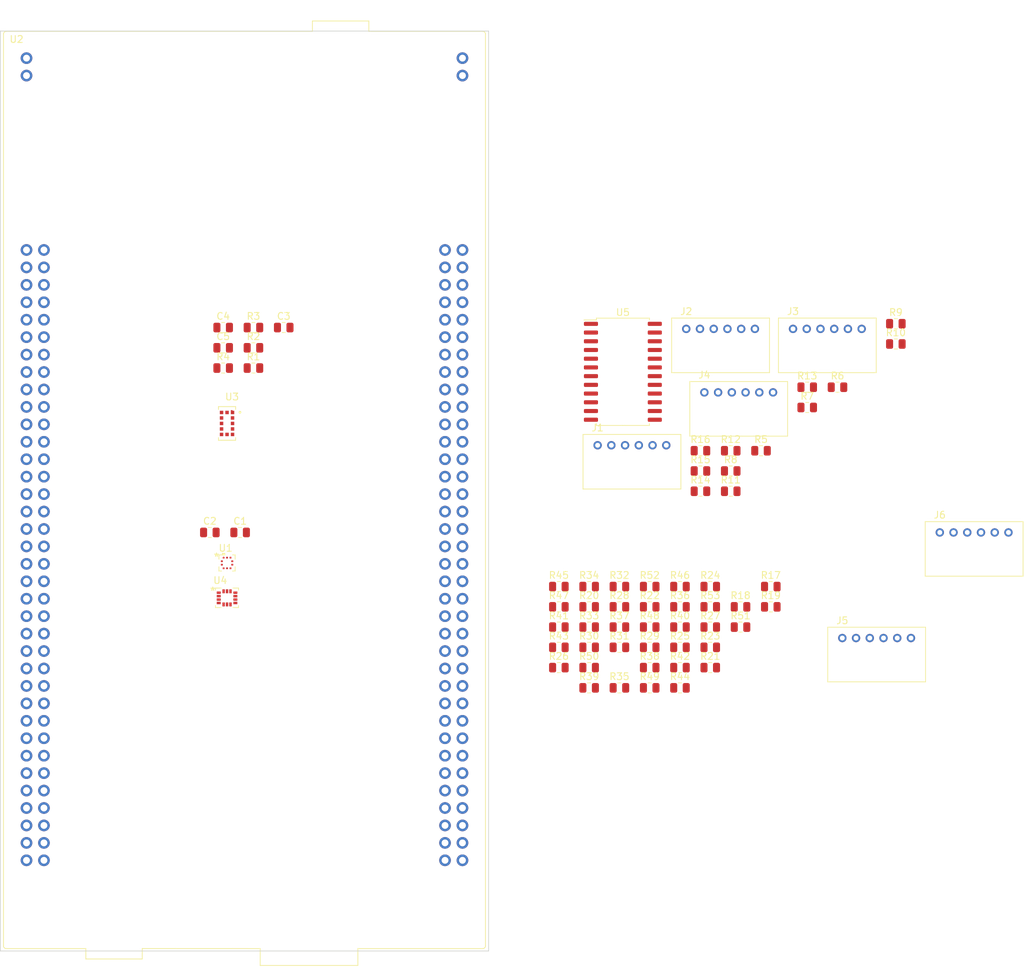
<source format=kicad_pcb>
(kicad_pcb (version 20211014) (generator pcbnew)
  (layers (0 "F.Cu" signal) (1 "In1.Cu" signal) (2 "In2.Cu" signal) (31 "B.Cu" signal) (34 "B.Paste" user) (35 "F.Paste" user) (36 "B.SilkS" user "B.Silkscreen") (37 "F.SilkS" user "F.Silkscreen") (38 "B.Mask" user) (39 "F.Mask" user) (44 "Edge.Cuts" user))
  (net 0 "")
  (net 1 "I2C2_SDA")
  (net 2 "I2C2_SCL")
  (net 3 "LIDAR2_EXT")
  (net 4 "I2C3_SDA")
  (net 5 "I2C3_SCL")
  (net 6 "LIDAR3_EXT")
  (net 7 "I2C4_SDA")
  (net 8 "I2C4_SCL")
  (net 9 "LIDAR4_EXT")
  (net 10 "I2C5_SDA")
  (net 11 "I2C5_SCL")
  (net 12 "LIDAR5_EXT")
  (net 13 "LIDAR1_EXT")
  (net 21 "I2C1_SDA")
  (net 32 "I2C1_SCL")
  (net 45 "Net-(R4-Pad1)")
  (net 83 "SPI2_MISO")
  (net 85 "SPI2_NSS")
  (net 88 "SPI2_SCK")
  (net 89 "SPI2_MOSI")
  (net 97 "BMP_EXT")
  (net 98 "IMU_EXT")
  (net 152 "Net-(J5-Pad1)")
  (net 153 "Net-(J5-Pad2)")
  (net 154 "Net-(R18-Pad2)")
  (net 155 "Net-(J5-Pad3)")
  (net 156 "V44")
  (net 157 "Net-(R21-Pad2)")
  (net 158 "+3V3")
  (net 159 "GND")
  (net 160 "SPI1_SCK")
  (net 161 "SPI1_MOSI")
  (net 162 "SPI1_MISO")
  (net 163 "SPI1_NSS")
  (net 164 "Net-(J5-Pad4)")
  (net 169 "V40")
  (net 170 "Net-(J5-Pad5)")
  (net 171 "Net-(J5-Pad6)")
  (net 172 "V36")
  (net 173 "Net-(J6-Pad1)")
  (net 174 "V32")
  (net 179 "Net-(R30-Pad2)")
  (net 180 "Net-(J6-Pad2)")
  (net 181 "V28")
  (net 182 "Net-(R33-Pad2)")
  (net 183 "Net-(J6-Pad3)")
  (net 184 "V24")
  (net 185 "Net-(R36-Pad2)")
  (net 186 "Net-(J6-Pad4)")
  (net 187 "V22")
  (net 188 "Net-(R39-Pad2)")
  (net 189 "Net-(J6-Pad5)")
  (net 190 "V18")
  (net 191 "Net-(J6-Pad6)")
  (net 192 "Net-(R27-Pad2)")
  (net 193 "V14")
  (net 194 "Net-(R45-Pad2)")
  (net 195 "V12")
  (net 196 "Net-(R48-Pad2)")
  (net 197 "Net-(R52-Pad2)")
  (net 198 "V8")
  (net 199 "Net-(R51-Pad2)")
  (net 201 "V4")
  (net 202 "S0")
  (net 203 "S1")
  (net 204 "S3")
  (net 205 "S2")
  (footprint "Resistor_SMD:R_0805_2012Metric" (layer "F.Cu") (at 160.3933 88.2032)
    (fp_text reference "R15" (at 0 -1.65) (layer "F.SilkS"))
    (fp_text value "2k")
    (pad "1" smd roundrect (at -0.9125 0) (size 1.025 1.4) (layers "F.Cu" "F.Paste" "F.Mask") (roundrect_rratio 0.243902) (net 158 "+3V3"))
    (pad "2" smd roundrect (at 0.9125 0) (size 1.025 1.4) (layers "F.Cu" "F.Paste" "F.Mask") (roundrect_rratio 0.243902) (net 9 "LIDAR4_EXT"))
  )
  (footprint "Resistor_SMD:R_0805_2012Metric" (layer "F.Cu") (at 153 116.84)
    (fp_text reference "R38" (at 0 -1.65) (layer "F.SilkS"))
    (fp_text value "1Meg")
    (pad "1" smd roundrect (at -0.9125 0) (size 1.025 1.4) (layers "F.Cu" "F.Paste" "F.Mask") (roundrect_rratio 0.243902) (net 189 "Net-(J6-Pad5)"))
    (pad "2" smd roundrect (at 0.9125 0) (size 1.025 1.4) (layers "F.Cu" "F.Paste" "F.Mask") (roundrect_rratio 0.243902) (net 190 "V18"))
  )
  (footprint "Resistor_SMD:R_0805_2012Metric" (layer "F.Cu") (at 93.345 97.155)
    (fp_text reference "C1" (at 0 -1.65) (layer "F.SilkS"))
    (fp_text value ".1uF")
    (pad "1" smd roundrect (at -0.9125 0) (size 1.025 1.4) (layers "F.Cu" "F.Paste" "F.Mask") (roundrect_rratio 0.243902) (net 158 "+3V3"))
    (pad "2" smd roundrect (at 0.9125 0) (size 1.025 1.4) (layers "F.Cu" "F.Paste" "F.Mask") (roundrect_rratio 0.243902) (net 159 "GND"))
  )
  (footprint "Resistor_SMD:R_0805_2012Metric" (layer "F.Cu") (at 175.9433 78.9532)
    (fp_text reference "R7" (at 0 -1.65) (layer "F.SilkS"))
    (fp_text value "2k")
    (pad "1" smd roundrect (at -0.9125 0) (size 1.025 1.4) (layers "F.Cu" "F.Paste" "F.Mask") (roundrect_rratio 0.243902) (net 158 "+3V3"))
    (pad "2" smd roundrect (at 0.9125 0) (size 1.025 1.4) (layers "F.Cu" "F.Paste" "F.Mask") (roundrect_rratio 0.243902) (net 8 "I2C4_SCL"))
  )
  (footprint "Resistor_SMD:R_0805_2012Metric" (layer "F.Cu") (at 88.935 97.155)
    (fp_text reference "C2" (at 0 -1.65) (layer "F.SilkS"))
    (fp_text value ".1uF")
    (pad "1" smd roundrect (at -0.9125 0) (size 1.025 1.4) (layers "F.Cu" "F.Paste" "F.Mask") (roundrect_rratio 0.243902) (net 158 "+3V3"))
    (pad "2" smd roundrect (at 0.9125 0) (size 1.025 1.4) (layers "F.Cu" "F.Paste" "F.Mask") (roundrect_rratio 0.243902) (net 159 "GND"))
  )
  (footprint "Resistor_SMD:R_0805_2012Metric" (layer "F.Cu") (at 139.77 110.94)
    (fp_text reference "R41" (at 0 -1.65) (layer "F.SilkS"))
    (fp_text value "1Meg")
    (pad "1" smd roundrect (at -0.9125 0) (size 1.025 1.4) (layers "F.Cu" "F.Paste" "F.Mask") (roundrect_rratio 0.243902) (net 186 "Net-(J6-Pad4)"))
    (pad "2" smd roundrect (at 0.9125 0) (size 1.025 1.4) (layers "F.Cu" "F.Paste" "F.Mask") (roundrect_rratio 0.243902) (net 193 "V14"))
  )
  (footprint "Resistor_SMD:R_0805_2012Metric" (layer "F.Cu") (at 90.875 73.21)
    (fp_text reference "R4" (at 0 -1.65) (layer "F.SilkS"))
    (fp_text value "2k")
    (pad "1" smd roundrect (at -0.9125 0) (size 1.025 1.4) (layers "F.Cu" "F.Paste" "F.Mask") (roundrect_rratio 0.243902) (net 45 "Net-(R4-Pad1)"))
    (pad "2" smd roundrect (at 0.9125 0) (size 1.025 1.4) (layers "F.Cu" "F.Paste" "F.Mask") (roundrect_rratio 0.243902) (net 158 "+3V3"))
  )
  (footprint "Resistor_SMD:R_0805_2012Metric" (layer "F.Cu") (at 144.18 119.79)
    (fp_text reference "R39" (at 0 -1.65) (layer "F.SilkS"))
    (fp_text value "100k")
    (pad "1" smd roundrect (at -0.9125 0) (size 1.025 1.4) (layers "F.Cu" "F.Paste" "F.Mask") (roundrect_rratio 0.243902) (net 190 "V18"))
    (pad "2" smd roundrect (at 0.9125 0) (size 1.025 1.4) (layers "F.Cu" "F.Paste" "F.Mask") (roundrect_rratio 0.243902) (net 188 "Net-(R39-Pad2)"))
  )
  (footprint "Resistor_SMD:R_0805_2012Metric" (layer "F.Cu") (at 160.3933 85.2532)
    (fp_text reference "R16" (at 0 -1.65) (layer "F.SilkS"))
    (fp_text value "2k")
    (pad "1" smd roundrect (at -0.9125 0) (size 1.025 1.4) (layers "F.Cu" "F.Paste" "F.Mask") (roundrect_rratio 0.243902) (net 158 "+3V3"))
    (pad "2" smd roundrect (at 0.9125 0) (size 1.025 1.4) (layers "F.Cu" "F.Paste" "F.Mask") (roundrect_rratio 0.243902) (net 12 "LIDAR5_EXT"))
  )
  (footprint "KiCad_Cust:XDCR_VL53L1CBV0FY-1" (layer "F.Cu") (at 91.44 81.28)
    (fp_text reference "U3" (at 0.725 -3.875) (layer "F.SilkS"))
    (fp_text value "VL53L1CBV0FY-1")
    (pad "1" smd custom (at 0.8 -1.6) (size 0.5 0.5) (layers "F.Cu" "F.Paste" "F.Mask") (net 158 "+3V3") (options (clearance outline) (anchor rect)) (primitives (gr_poly (pts (xy -0.25 -0.25) (xy -0.25 -0.33) (xy 0 -0.33) (xy 0 -0.12) (xy 0.11 -0.12) (xy 0.11 0.1) (xy -0.23 0.1) (xy -0.23 -0.25)) (width 0.01) (fill yes))))
    (pad "2" smd rect (at 0.8 -0.8) (size 0.5 0.5) (layers "F.Cu" "F.Paste" "F.Mask") (net 159 "GND"))
    (pad "3" smd rect (at 0.8 0) (size 0.5 0.5) (layers "F.Cu" "F.Paste" "F.Mask") (net 159 "GND"))
    (pad "4" smd rect (at 0.8 0.8) (size 0.5 0.5) (layers "F.Cu" "F.Paste" "F.Mask") (net 159 "GND"))
    (pad "5" smd rect (at 0.8 1.6) (size 0.5 0.5) (layers "F.Cu" "F.Paste" "F.Mask") (net 45 "Net-(R4-Pad1)"))
    (pad "6" smd rect (at 0 1.6) (size 0.5 0.5) (layers "F.Cu" "F.Paste" "F.Mask") (net 159 "GND"))
    (pad "7" smd rect (at -0.8 1.6) (size 0.5 0.5) (layers "F.Cu" "F.Paste" "F.Mask") (net 13 "LIDAR1_EXT"))
    (pad "8" smd rect (at -0.8 0.8) (size 0.5 0.5) (layers "F.Cu" "F.Paste" "F.Mask"))
    (pad "9" smd rect (at -0.8 0) (size 0.5 0.5) (layers "F.Cu" "F.Paste" "F.Mask") (net 21 "I2C1_SDA"))
    (pad "10" smd rect (at -0.8 -0.8) (size 0.5 0.5) (layers "F.Cu" "F.Paste" "F.Mask") (net 32 "I2C1_SCL"))
    (pad "11" smd rect (at -0.8 -1.6) (size 0.5 0.5) (layers "F.Cu" "F.Paste" "F.Mask") (net 158 "+3V3"))
    (pad "12" smd rect (at 0 -1.6) (size 0.5 0.5) (layers "F.Cu" "F.Paste" "F.Mask") (net 159 "GND"))
  )
  (footprint "Resistor_SMD:R_0805_2012Metric" (layer "F.Cu") (at 180.3533 76.0032)
    (fp_text reference "R6" (at 0 -1.65) (layer "F.SilkS"))
    (fp_text value "2k")
    (pad "1" smd roundrect (at -0.9125 0) (size 1.025 1.4) (layers "F.Cu" "F.Paste" "F.Mask") (roundrect_rratio 0.243902) (net 158 "+3V3"))
    (pad "2" smd roundrect (at 0.9125 0) (size 1.025 1.4) (layers "F.Cu" "F.Paste" "F.Mask") (roundrect_rratio 0.243902) (net 5 "I2C3_SCL"))
  )
  (footprint "KiCad_Cust:140-506-415-000" (layer "F.Cu") (at 158.325 67.505)
    (fp_text reference "J2" (at 0 -2.54) (layer "F.SilkS"))
    (fp_text value "140-506-415-000" hide)
    (pad "1" thru_hole circle (at 0 0) (size 1.2192 1.2192) (drill 0.7112) (layers *.Cu *.Mask) (net 159 "GND"))
    (pad "2" thru_hole circle (at 2.000001 0) (size 1.2192 1.2192) (drill 0.7112) (layers *.Cu *.Mask) (net 159 "GND"))
    (pad "3" thru_hole circle (at 4 0) (size 1.2192 1.2192) (drill 0.7112) (layers *.Cu *.Mask) (net 5 "I2C3_SCL"))
    (pad "4" thru_hole circle (at 6.000001 0) (size 1.2192 1.2192) (drill 0.7112) (layers *.Cu *.Mask) (net 4 "I2C3_SDA"))
    (pad "5" thru_hole circle (at 7.999999 0) (size 1.2192 1.2192) (drill 0.7112) (layers *.Cu *.Mask) (net 6 "LIDAR3_EXT"))
    (pad "6" thru_hole circle (at 10 0) (size 1.2192 1.2192) (drill 0.7112) (layers *.Cu *.Mask) (net 158 "+3V3"))
  )
  (footprint "Resistor_SMD:R_0805_2012Metric" (layer "F.Cu") (at 170.64 107.99)
    (fp_text reference "R19" (at 0 -1.65) (layer "F.SilkS"))
    (fp_text value "4.7k")
    (pad "1" smd roundrect (at -0.9125 0) (size 1.025 1.4) (layers "F.Cu" "F.Paste" "F.Mask") (roundrect_rratio 0.243902) (net 154 "Net-(R18-Pad2)"))
    (pad "2" smd roundrect (at 0.9125 0) (size 1.025 1.4) (layers "F.Cu" "F.Paste" "F.Mask") (roundrect_rratio 0.243902) (net 159 "GND"))
  )
  (footprint "KiCad_Cust:140-506-415-000" (layer "F.Cu") (at 173.875 67.505)
    (fp_text reference "J3" (at 0 -2.54) (layer "F.SilkS"))
    (fp_text value "140-506-415-000" hide)
    (pad "1" thru_hole circle (at 0 0) (size 1.2192 1.2192) (drill 0.7112) (layers *.Cu *.Mask) (net 159 "GND"))
    (pad "2" thru_hole circle (at 2.000001 0) (size 1.2192 1.2192) (drill 0.7112) (layers *.Cu *.Mask) (net 159 "GND"))
    (pad "3" thru_hole circle (at 4 0) (size 1.2192 1.2192) (drill 0.7112) (layers *.Cu *.Mask) (net 8 "I2C4_SCL"))
    (pad "4" thru_hole circle (at 6.000001 0) (size 1.2192 1.2192) (drill 0.7112) (layers *.Cu *.Mask) (net 7 "I2C4_SDA"))
    (pad "5" thru_hole circle (at 7.999999 0) (size 1.2192 1.2192) (drill 0.7112) (layers *.Cu *.Mask) (net 9 "LIDAR4_EXT"))
    (pad "6" thru_hole circle (at 10 0) (size 1.2192 1.2192) (drill 0.7112) (layers *.Cu *.Mask) (net 158 "+3V3"))
  )
  (footprint "Resistor_SMD:R_0805_2012Metric" (layer "F.Cu") (at 90.875 67.31)
    (fp_text reference "C4" (at 0 -1.65) (layer "F.SilkS"))
    (fp_text value ".1uF")
    (pad "1" smd roundrect (at -0.9125 0) (size 1.025 1.4) (layers "F.Cu" "F.Paste" "F.Mask") (roundrect_rratio 0.243902) (net 158 "+3V3"))
    (pad "2" smd roundrect (at 0.9125 0) (size 1.025 1.4) (layers "F.Cu" "F.Paste" "F.Mask") (roundrect_rratio 0.243902) (net 159 "GND"))
  )
  (footprint "Resistor_SMD:R_0805_2012Metric" (layer "F.Cu") (at 148.59 105.04)
    (fp_text reference "R32" (at 0 -1.65) (layer "F.SilkS"))
    (fp_text value "1Meg")
    (pad "1" smd roundrect (at -0.9125 0) (size 1.025 1.4) (layers "F.Cu" "F.Paste" "F.Mask") (roundrect_rratio 0.243902) (net 152 "Net-(J5-Pad1)"))
    (pad "2" smd roundrect (at 0.9125 0) (size 1.025 1.4) (layers "F.Cu" "F.Paste" "F.Mask") (roundrect_rratio 0.243902) (net 184 "V24"))
  )
  (footprint "Resistor_SMD:R_0805_2012Metric" (layer "F.Cu") (at 160.3933 91.1532)
    (fp_text reference "R14" (at 0 -1.65) (layer "F.SilkS"))
    (fp_text value "2k")
    (pad "1" smd roundrect (at -0.9125 0) (size 1.025 1.4) (layers "F.Cu" "F.Paste" "F.Mask") (roundrect_rratio 0.243902) (net 158 "+3V3"))
    (pad "2" smd roundrect (at 0.9125 0) (size 1.025 1.4) (layers "F.Cu" "F.Paste" "F.Mask") (roundrect_rratio 0.243902) (net 6 "LIDAR3_EXT"))
  )
  (footprint "Resistor_SMD:R_0805_2012Metric" (layer "F.Cu") (at 157.41 113.89)
    (fp_text reference "R25" (at 0 -1.65) (layer "F.SilkS"))
    (fp_text value "1Meg")
    (pad "1" smd roundrect (at -0.9125 0) (size 1.025 1.4) (layers "F.Cu" "F.Paste" "F.Mask") (roundrect_rratio 0.243902) (net 172 "V36"))
    (pad "2" smd roundrect (at 0.9125 0) (size 1.025 1.4) (layers "F.Cu" "F.Paste" "F.Mask") (roundrect_rratio 0.243902) (net 159 "GND"))
  )
  (footprint "Resistor_SMD:R_0805_2012Metric" (layer "F.Cu") (at 164.8033 88.2032)
    (fp_text reference "R8" (at 0 -1.65) (layer "F.SilkS"))
    (fp_text value "2k")
    (pad "1" smd roundrect (at -0.9125 0) (size 1.025 1.4) (layers "F.Cu" "F.Paste" "F.Mask") (roundrect_rratio 0.243902) (net 158 "+3V3"))
    (pad "2" smd roundrect (at 0.9125 0) (size 1.025 1.4) (layers "F.Cu" "F.Paste" "F.Mask") (roundrect_rratio 0.243902) (net 11 "I2C5_SCL"))
  )
  (footprint "Resistor_SMD:R_0805_2012Metric" (layer "F.Cu") (at 153 119.79)
    (fp_text reference "R49" (at 0 -1.65) (layer "F.SilkS"))
    (fp_text value "330k")
    (pad "1" smd roundrect (at -0.9125 0) (size 1.025 1.4) (layers "F.Cu" "F.Paste" "F.Mask") (roundrect_rratio 0.243902) (net 196 "Net-(R48-Pad2)"))
    (pad "2" smd roundrect (at 0.9125 0) (size 1.025 1.4) (layers "F.Cu" "F.Paste" "F.Mask") (roundrect_rratio 0.243902) (net 159 "GND"))
  )
  (footprint "Resistor_SMD:R_0805_2012Metric" (layer "F.Cu") (at 175.9433 76.0032)
    (fp_text reference "R13" (at 0 -1.65) (layer "F.SilkS"))
    (fp_text value "2k")
    (pad "1" smd roundrect (at -0.9125 0) (size 1.025 1.4) (layers "F.Cu" "F.Paste" "F.Mask") (roundrect_rratio 0.243902) (net 158 "+3V3"))
    (pad "2" smd roundrect (at 0.9125 0) (size 1.025 1.4) (layers "F.Cu" "F.Paste" "F.Mask") (roundrect_rratio 0.243902) (net 3 "LIDAR2_EXT"))
  )
  (footprint "Resistor_SMD:R_0805_2012Metric" (layer "F.Cu") (at 148.59 110.94)
    (fp_text reference "R37" (at 0 -1.65) (layer "F.SilkS"))
    (fp_text value "6.8k")
    (pad "1" smd roundrect (at -0.9125 0) (size 1.025 1.4) (layers "F.Cu" "F.Paste" "F.Mask") (roundrect_rratio 0.243902) (net 185 "Net-(R36-Pad2)"))
    (pad "2" smd roundrect (at 0.9125 0) (size 1.025 1.4) (layers "F.Cu" "F.Paste" "F.Mask") (roundrect_rratio 0.243902) (net 159 "GND"))
  )
  (footprint "Resistor_SMD:R_0805_2012Metric" (layer "F.Cu") (at 161.82 113.89)
    (fp_text reference "R23" (at 0 -1.65) (layer "F.SilkS"))
    (fp_text value "1Meg")
    (pad "1" smd roundrect (at -0.9125 0) (size 1.025 1.4) (layers "F.Cu" "F.Paste" "F.Mask") (roundrect_rratio 0.243902) (net 164 "Net-(J5-Pad4)"))
    (pad "2" smd roundrect (at 0.9125 0) (size 1.025 1.4) (layers "F.Cu" "F.Paste" "F.Mask") (roundrect_rratio 0.243902) (net 172 "V36"))
  )
  (footprint "Resistor_SMD:R_0805_2012Metric" (layer "F.Cu") (at 144.18 116.84)
    (fp_text reference "R50" (at 0 -1.65) (layer "F.SilkS"))
    (fp_text value "1Meg")
    (pad "1" smd roundrect (at -0.9125 0) (size 1.025 1.4) (layers "F.Cu" "F.Paste" "F.Mask") (roundrect_rratio 0.243902) (net 173 "Net-(J6-Pad1)"))
    (pad "2" smd roundrect (at 0.9125 0) (size 1.025 1.4) (layers "F.Cu" "F.Paste" "F.Mask") (roundrect_rratio 0.243902) (net 201 "V4"))
  )
  (footprint "Resistor_SMD:R_0805_2012Metric" (layer "F.Cu") (at 95.285 70.26)
    (fp_text reference "R2" (at 0 -1.65) (layer "F.SilkS"))
    (fp_text value "2k")
    (pad "1" smd roundrect (at -0.9125 0) (size 1.025 1.4) (layers "F.Cu" "F.Paste" "F.Mask") (roundrect_rratio 0.243902) (net 158 "+3V3"))
    (pad "2" smd roundrect (at 0.9125 0) (size 1.025 1.4) (layers "F.Cu" "F.Paste" "F.Mask") (roundrect_rratio 0.243902) (net 32 "I2C1_SCL"))
  )
  (footprint "Resistor_SMD:R_0805_2012Metric" (layer "F.Cu") (at 139.77 113.89)
    (fp_text reference "R43" (at 0 -1.65) (layer "F.SilkS"))
    (fp_text value "680k")
    (pad "1" smd roundrect (at -0.9125 0) (size 1.025 1.4) (layers "F.Cu" "F.Paste" "F.Mask") (roundrect_rratio 0.243902) (net 193 "V14"))
    (pad "2" smd roundrect (at 0.9125 0) (size 1.025 1.4) (layers "F.Cu" "F.Paste" "F.Mask") (roundrect_rratio 0.243902) (net 159 "GND"))
  )
  (footprint "Resistor_SMD:R_0805_2012Metric" (layer "F.Cu") (at 139.77 107.99)
    (fp_text reference "R47" (at 0 -1.65) (layer "F.SilkS"))
    (fp_text value "1Meg")
    (pad "1" smd roundrect (at -0.9125 0) (size 1.025 1.4) (layers "F.Cu" "F.Paste" "F.Mask") (roundrect_rratio 0.243902) (net 180 "Net-(J6-Pad2)"))
    (pad "2" smd roundrect (at 0.9125 0) (size 1.025 1.4) (layers "F.Cu" "F.Paste" "F.Mask") (roundrect_rratio 0.243902) (net 198 "V8"))
  )
  (footprint "KiCad_Cust:BMP581" (layer "F.Cu") (at 91.44 101.6)
    (fp_text reference "U1" (at -0.2032 -2.159) (layer "F.SilkS"))
    (fp_text value "BMP581" hide)
    (fp_text user "*" (at -1.535 -0.881) (layer "F.SilkS"))
    (fp_text user "*" (at -1.535 -0.881) (layer "F.SilkS"))
    (pad "1" smd rect (at -0.760301 -0.25 90) (size 0.254 0.2794) (layers "F.Cu" "F.Paste" "F.Mask") (net 158 "+3V3"))
    (pad "2" smd rect (at -0.760301 0.25 90) (size 0.254 0.2794) (layers "F.Cu" "F.Paste" "F.Mask") (net 160 "SPI1_SCK"))
    (pad "3" smd rect (at -0.499999 0.773001) (size 0.254 0.254) (layers "F.Cu" "F.Paste" "F.Mask") (net 159 "GND"))
    (pad "4" smd rect (at 0 0.773001) (size 0.254 0.254) (layers "F.Cu" "F.Paste" "F.Mask") (net 161 "SPI1_MOSI"))
    (pad "5" smd rect (at 0.499999 0.773001) (size 0.254 0.254) (layers "F.Cu" "F.Paste" "F.Mask") (net 162 "SPI1_MISO"))
    (pad "6" smd rect (at 0.760301 0.25 90) (size 0.254 0.2794) (layers "F.Cu" "F.Paste" "F.Mask") (net 163 "SPI1_NSS"))
    (pad "7" smd rect (at 0.760301 -0.25 90) (size 0.254 0.2794) (layers "F.Cu" "F.Paste" "F.Mask") (net 97 "BMP_EXT"))
    (pad "8" smd rect (at 0.499999 -0.773001) (size 0.254 0.254) (layers "F.Cu" "F.Paste" "F.Mask") (net 159 "GND"))
    (pad "9" smd rect (at 0 -0.773001) (size 0.254 0.254) (layers "F.Cu" "F.Paste" "F.Mask") (net 159 "GND"))
    (pad "10" smd rect (at -0.499999 -0.773001) (size 0.254 0.254) (layers "F.Cu" "F.Paste" "F.Mask") (net 158 "+3V3"))
  )
  (footprint "Resistor_SMD:R_0805_2012Metric" (layer "F.Cu") (at 161.82 107.99)
    (fp_text reference "R53" (at 0 -1.65) (layer "F.SilkS"))
    (fp_text value "1Meg")
    (pad "1" smd roundrect (at -0.9125 0) (size 1.025 1.4) (layers "F.Cu" "F.Paste" "F.Mask") (roundrect_rratio 0.243902) (net 197 "Net-(R52-Pad2)"))
    (pad "2" smd roundrect (at 0.9125 0) (size 1.025 1.4) (layers "F.Cu" "F.Paste" "F.Mask") (roundrect_rratio 0.243902) (net 159 "GND"))
  )
  (footprint "Resistor_SMD:R_0805_2012Metric" (layer "F.Cu") (at 161.82 105.04)
    (fp_text reference "R24" (at 0 -1.65) (layer "F.SilkS"))
    (fp_text value "100k")
    (pad "1" smd roundrect (at -0.9125 0) (size 1.025 1.4) (layers "F.Cu" "F.Paste" "F.Mask") (roundrect_rratio 0.243902) (net 172 "V36"))
    (pad "2" smd roundrect (at 0.9125 0) (size 1.025 1.4) (layers "F.Cu" "F.Paste" "F.Mask") (roundrect_rratio 0.243902) (net 159 "GND"))
  )
  (footprint "KiCad_Cust:LSM6DSOTR" (layer "F.Cu") (at 91.44 106.68)
    (fp_text reference "U4" (at -0.9906 -2.54) (layer "F.SilkS"))
    (fp_text value "LSM6DSOTR" hide)
    (fp_text user "*" (at -2.0828 -1) (layer "F.SilkS"))
    (fp_text user "*" (at -2.0828 -1) (layer "F.SilkS"))
    (pad "1" smd rect (at -1.2103 -0.750001 90) (size 0.351536 0.57658) (layers "F.Cu" "F.Paste" "F.Mask") (net 83 "SPI2_MISO"))
    (pad "2" smd rect (at -1.2103 -0.25 90) (size 0.351536 0.57658) (layers "F.Cu" "F.Paste" "F.Mask"))
    (pad "3" smd rect (at -1.2103 0.25 90) (size 0.351536 0.57658) (layers "F.Cu" "F.Paste" "F.Mask"))
    (pad "4" smd rect (at -1.2103 0.750001 90) (size 0.351536 0.57658) (layers "F.Cu" "F.Paste" "F.Mask") (net 98 "IMU_EXT"))
    (pad "5" smd rect (at -0.499999 0.9563) (size 0.351536 0.57658) (layers "F.Cu" "F.Paste" "F.Mask") (net 158 "+3V3"))
    (pad "6" smd rect (at 0 0.9563) (size 0.351536 0.57658) (layers "F.Cu" "F.Paste" "F.Mask") (net 159 "GND"))
    (pad "7" smd rect (at 0.499999 0.9563) (size 0.351536 0.57658) (layers "F.Cu" "F.Paste" "F.Mask") (net 159 "GND"))
    (pad "8" smd rect (at 1.2103 0.750001 90) (size 0.351536 0.57658) (layers "F.Cu" "F.Paste" "F.Mask") (net 158 "+3V3"))
    (pad "9" smd rect (at 1.2103 0.25 90) (size 0.351536 0.57658) (layers "F.Cu" "F.Paste" "F.Mask"))
    (pad "10" smd rect (at 1.2103 -0.25 90) (size 0.351536 0.57658) (layers "F.Cu" "F.Paste" "F.Mask"))
    (pad "11" smd rect (at 1.2103 -0.750001 90) (size 0.351536 0.57658) (layers "F.Cu" "F.Paste" "F.Mask"))
    (pad "12" smd rect (at 0.499999 -0.9563) (size 0.351536 0.57658) (layers "F.Cu" "F.Paste" "F.Mask") (net 85 "SPI2_NSS"))
    (pad "13" smd rect (at 0 -0.9563) (size 0.351536 0.57658) (layers "F.Cu" "F.Paste" "F.Mask") (net 88 "SPI2_SCK"))
    (pad "14" smd rect (at -0.499999 -0.9563) (size 0.351536 0.57658) (layers "F.Cu" "F.Paste" "F.Mask") (net 89 "SPI2_MOSI"))
  )
  (footprint "KiCad_Cust:140-506-415-000" (layer "F.Cu") (at 145.415 84.455)
    (fp_text reference "J1" (at 0 -2.54) (layer "F.SilkS"))
    (fp_text value "140-506-415-000" hide)
    (pad "1" thru_hole circle (at 0 0) (size 1.2192 1.2192) (drill 0.7112) (layers *.Cu *.Mask) (net 159 "GND"))
    (pad "2" thru_hole circle (at 2.000001 0) (size 1.2192 1.2192) (drill 0.7112) (layers *.Cu *.Mask) (net 159 "GND"))
    (pad "3" thru_hole circle (at 4 0) (size 1.2192 1.2192) (drill 0.7112) (layers *.Cu *.Mask) (net 2 "I2C2_SCL"))
    (pad "4" thru_hole circle (at 6.000001 0) (size 1.2192 1.2192) (drill 0.7112) (layers *.Cu *.Mask) (net 1 "I2C2_SDA"))
    (pad "5" thru_hole circle (at 7.999999 0) (size 1.2192 1.2192) (drill 0.7112) (layers *.Cu *.Mask) (net 3 "LIDAR2_EXT"))
    (pad "6" thru_hole circle (at 10 0) (size 1.2192 1.2192) (drill 0.7112) (layers *.Cu *.Mask) (net 158 "+3V3"))
  )
  (footprint "Resistor_SMD:R_0805_2012Metric" (layer "F.Cu") (at 161.82 116.84)
    (fp_text reference "R21" (at 0 -1.65) (layer "F.SilkS"))
    (fp_text value "47k")
    (pad "1" smd roundrect (at -0.9125 0) (size 1.025 1.4) (layers "F.Cu" "F.Paste" "F.Mask") (roundrect_rratio 0.243902) (net 169 "V40"))
    (pad "2" smd roundrect (at 0.9125 0) (size 1.025 1.4) (layers "F.Cu" "F.Paste" "F.Mask") (roundrect_rratio 0.243902) (net 157 "Net-(R21-Pad2)"))
  )
  (footprint "Resistor_SMD:R_0805_2012Metric" (layer "F.Cu") (at 153 105.04)
    (fp_text reference "R52" (at 0 -1.65) (layer "F.SilkS"))
    (fp_text value "1Meg")
    (pad "1" smd roundrect (at -0.9125 0) (size 1.025 1.4) (layers "F.Cu" "F.Paste" "F.Mask") (roundrect_rratio 0.243902) (net 199 "Net-(R51-Pad2)"))
    (pad "2" smd roundrect (at 0.9125 0) (size 1.025 1.4) (layers "F.Cu" "F.Paste" "F.Mask") (roundrect_rratio 0.243902) (net 197 "Net-(R52-Pad2)"))
  )
  (footprint "Resistor_SMD:R_0805_2012Metric" (layer "F.Cu") (at 157.41 119.79)
    (fp_text reference "R44" (at 0 -1.65) (layer "F.SilkS"))
    (fp_text value "1Meg")
    (pad "1" smd roundrect (at -0.9125 0) (size 1.025 1.4) (layers "F.Cu" "F.Paste" "F.Mask") (roundrect_rratio 0.243902) (net 183 "Net-(J6-Pad3)"))
    (pad "2" smd roundrect (at 0.9125 0) (size 1.025 1.4) (layers "F.Cu" "F.Paste" "F.Mask") (roundrect_rratio 0.243902) (net 195 "V12"))
  )
  (footprint "Module:ST_Morpho_Connector_144_STLink" (layer "F.Cu") (at 62.23 56.01)
    (fp_text reference "U2" (at -1.4478 -30.6832) (layer "F.SilkS"))
    (fp_text value "NUCLEO144-H743ZI")
    (pad "1" thru_hole circle (at 0 0) (size 1.7 1.7) (drill 1) (layers *.Cu *.Mask))
    (pad "2" thru_hole circle (at 2.54 0) (size 1.7 1.7) (drill 1) (layers *.Cu *.Mask) (net 11 "I2C5_SCL"))
    (pad "3" thru_hole circle (at 0 2.54) (size 1.7 1.7) (drill 1) (layers *.Cu *.Mask))
    (pad "4" thru_hole circle (at 2.54 2.54) (size 1.7 1.7) (drill 1) (layers *.Cu *.Mask))
    (pad "5" thru_hole circle (at 0 5.08) (size 1.7 1.7) (drill 1) (layers *.Cu *.Mask))
    (pad "6" thru_hole circle (at 2.54 5.08) (size 1.7 1.7) (drill 1) (layers *.Cu *.Mask))
    (pad "7" thru_hole circle (at 0 7.62) (size 1.7 1.7) (drill 1) (layers *.Cu *.Mask))
    (pad "8" thru_hole circle (at 2.54 7.62) (size 1.7 1.7) (drill 1) (layers *.Cu *.Mask))
    (pad "9" thru_hole circle (at 0 10.16) (size 1.7 1.7) (drill 1) (layers *.Cu *.Mask))
    (pad "10" thru_hole circle (at 2.54 10.16) (size 1.7 1.7) (drill 1) (layers *.Cu *.Mask))
    (pad "11" thru_hole circle (at 0 12.7) (size 1.7 1.7) (drill 1) (layers *.Cu *.Mask))
    (pad "12" thru_hole circle (at 2.54 12.7) (size 1.7 1.7) (drill 1) (layers *.Cu *.Mask))
    (pad "13" thru_hole circle (at 0 15.24) (size 1.7 1.7) (drill 1) (layers *.Cu *.Mask))
    (pad "14" thru_hole circle (at 2.54 15.24) (size 1.7 1.7) (drill 1) (layers *.Cu *.Mask))
    (pad "15" thru_hole circle (at 0 17.78) (size 1.7 1.7) (drill 1) (layers *.Cu *.Mask))
    (pad "16" thru_hole circle (at 2.54 17.78) (size 1.7 1.7) (drill 1) (layers *.Cu *.Mask))
    (pad "17" thru_hole circle (at 0 20.32) (size 1.7 1.7) (drill 1) (layers *.Cu *.Mask))
    (pad "18" thru_hole circle (at 2.54 20.32) (size 1.7 1.7) (drill 1) (layers *.Cu *.Mask))
    (pad "19" thru_hole circle (at 0 22.86) (size 1.7 1.7) (drill 1) (layers *.Cu *.Mask))
    (pad "20" thru_hole circle (at 2.54 22.86) (size 1.7 1.7) (drill 1) (layers *.Cu *.Mask))
    (pad "21" thru_hole circle (at 0 25.4) (size 1.7 1.7) (drill 1) (layers *.Cu *.Mask) (net 21 "I2C1_SDA"))
    (pad "22" thru_hole circle (at 2.54 25.4) (size 1.7 1.7) (drill 1) (layers *.Cu *.Mask))
    (pad "23" thru_hole circle (at 0 27.94) (size 1.7 1.7) (drill 1) (layers *.Cu *.Mask))
    (pad "24" thru_hole circle (at 2.54 27.94) (size 1.7 1.7) (drill 1) (layers *.Cu *.Mask))
    (pad "25" thru_hole circle (at 0 30.48) (size 1.7 1.7) (drill 1) (layers *.Cu *.Mask))
    (pad "26" thru_hole circle (at 2.54 30.48) (size 1.7 1.7) (drill 1) (layers *.Cu *.Mask))
    (pad "27" thru_hole circle (at 0 33.02) (size 1.7 1.7) (drill 1) (layers *.Cu *.Mask))
    (pad "28" thru_hole circle (at 2.54 33.02) (size 1.7 1.7) (drill 1) (layers *.Cu *.Mask))
    (pad "29" thru_hole circle (at 0 35.56) (size 1.7 1.7) (drill 1) (layers *.Cu *.Mask))
    (pad "30" thru_hole circle (at 2.54 35.56) (size 1.7 1.7) (drill 1) (layers *.Cu *.Mask))
    (pad "31" thru_hole circle (at 0 38.1) (size 1.7 1.7) (drill 1) (layers *.Cu *.Mask))
    (pad "32" thru_hole circle (at 2.54 38.1) (size 1.7 1.7) (drill 1) (layers *.Cu *.Mask) (net 163 "SPI1_NSS"))
    (pad "33" thru_hole circle (at 0 40.64) (size 1.7 1.7) (drill 1) (layers *.Cu *.Mask))
    (pad "34" thru_hole circle (at 2.54 40.64) (size 1.7 1.7) (drill 1) (layers *.Cu *.Mask))
    (pad "35" thru_hole circle (at 0 43.18) (size 1.7 1.7) (drill 1) (layers *.Cu *.Mask) (net 83 "SPI2_MISO"))
    (pad "36" thru_hole circle (at 2.54 43.18) (size 1.7 1.7) (drill 1) (layers *.Cu *.Mask))
    (pad "37" thru_hole circle (at 0 45.72) (size 1.7 1.7) (drill 1) (layers *.Cu *.Mask))
    (pad "38" thru_hole circle (at 2.54 45.72) (size 1.7 1.7) (drill 1) (layers *.Cu *.Mask))
    (pad "39" thru_hole circle (at 0 48.26) (size 1.7 1.7) (drill 1) (layers *.Cu *.Mask))
    (pad "40" thru_hole circle (at 2.54 48.26) (size 1.7 1.7) (drill 1) (layers *.Cu *.Mask))
    (pad "41" thru_hole circle (at 0 50.8) (size 1.7 1.7) (drill 1) (layers *.Cu *.Mask))
    (pad "42" thru_hole circle (at 2.54 50.8) (size 1.7 1.7) (drill 1) (layers *.Cu *.Mask))
    (pad "43" thru_hole circle (at 0 53.34) (size 1.7 1.7) (drill 1) (layers *.Cu *.Mask))
    (pad "44" thru_hole circle (at 2.54 53.34) (size 1.7 1.7) (drill 1) (layers *.Cu *.Mask))
    (pad "45" thru_hole circle (at 0 55.88) (size 1.7 1.7) (drill 1) (layers *.Cu *.Mask) (net 161 "SPI1_MOSI"))
    (pad "46" thru_hole circle (at 2.54 55.88) (size 1.7 1.7) (drill 1) (layers *.Cu *.Mask))
    (pad "47" thru_hole circle (at 0 58.42) (size 1.7 1.7) (drill 1) (layers *.Cu *.Mask))
    (pad "48" thru_hole circle (at 2.54 58.42) (size 1.7 1.7) (drill 1) (layers *.Cu *.Mask))
    (pad "49" thru_hole circle (at 0 60.96) (size 1.7 1.7) (drill 1) (layers *.Cu *.Mask))
    (pad "50" thru_hole circle (at 2.54 60.96) (size 1.7 1.7) (drill 1) (layers *.Cu *.Mask))
    (pad "51" thru_hole circle (at 0 63.5) (size 1.7 1.7) (drill 1) (layers *.Cu *.Mask) (net 2 "I2C2_SCL"))
    (pad "52" thru_hole circle (at 2.54 63.5) (size 1.7 1.7) (drill 1) (layers *.Cu *.Mask))
    (pad "53" thru_hole circle (at 0 66.04) (size 1.7 1.7) (drill 1) (layers *.Cu *.Mask) (net 10 "I2C5_SDA"))
    (pad "54" thru_hole circle (at 2.54 66.04) (size 1.7 1.7) (drill 1) (layers *.Cu *.Mask))
    (pad "55" thru_hole circle (at 0 68.58) (size 1.7 1.7) (drill 1) (layers *.Cu *.Mask))
    (pad "56" thru_hole circle (at 2.54 68.58) (size 1.7 1.7) (drill 1) (layers *.Cu *.Mask))
    (pad "57" thru_hole circle (at 0 71.12) (size 1.7 1.7) (drill 1) (layers *.Cu *.Mask))
    (pad "58" thru_hole circle (at 2.54 71.12) (size 1.7 1.7) (drill 1) (layers *.Cu *.Mask))
    (pad "59" thru_hole circle (at 0 73.66) (size 1.7 1.7) (drill 1) (layers *.Cu *.Mask))
    (pad "60" thru_hole circle (at 2.54 73.66) (size 1.7 1.7) (drill 1) (layers *.Cu *.Mask))
    (pad "61" thru_hole circle (at 0 76.2) (size 1.7 1.7) (drill 1) (layers *.Cu *.Mask))
    (pad "62" thru_hole circle (at 2.54 76.2) (size 1.7 1.7) (drill 1) (layers *.Cu *.Mask))
    (pad "63" thru_hole circle (at 0 78.74) (size 1.7 1.7) (drill 1) (layers *.Cu *.Mask))
    (pad "64" thru_hole circle (at 2.54 78.74) (size 1.7 1.7) (drill 1) (layers *.Cu *.Mask))
    (pad "65" thru_hole circle (at 0 81.28) (size 1.7 1.7) (drill 1) (layers *.Cu *.Mask))
    (pad "66" thru_hole circle (at 2.54 81.28) (size 1.7 1.7) (drill 1) (layers *.Cu *.Mask))
    (pad "67" thru_hole circle (at 0 83.82) (size 1.7 1.7) (drill 1) (layers *.Cu *.Mask))
    (pad "68" thru_hole circle (at 2.54 83.82) (size 1.7 1.7) (drill 1) (layers *.Cu *.Mask))
    (pad "69" thru_hole circle (at 0 86.36) (size 1.7 1.7) (drill 1) (layers *.Cu *.Mask))
    (pad "70" thru_hole circle (at 2.54 86.36) (size 1.7 1.7) (drill 1) (layers *.Cu *.Mask))
    (pad "71" thru_hole circle (at 0 88.9) (size 1.7 1.7) (drill 1) (layers *.Cu *.Mask))
    (pad "72" thru_hole circle (at 2.54 88.9) (size 1.7 1.7) (drill 1) (layers *.Cu *.Mask))
    (pad "73" thru_hole circle (at 60.96 0) (size 1.7 1.7) (drill 1) (layers *.Cu *.Mask) (net 4 "I2C3_SDA"))
    (pad "74" thru_hole circle (at 63.5 0) (size 1.7 1.7) (drill 1) (layers *.Cu *.Mask))
    (pad "75" thru_hole circle (at 60.96 2.54) (size 1.7 1.7) (drill 1) (layers *.Cu *.Mask))
    (pad "76" thru_hole circle (at 63.5 2.54) (size 1.7 1.7) (drill 1) (layers *.Cu *.Mask))
    (pad "77" thru_hole circle (at 60.96 5.08) (size 1.7 1.7) (drill 1) (layers *.Cu *.Mask))
    (pad "78" thru_hole circle (at 63.5 5.08) (size 1.7 1.7) (drill 1) (layers *.Cu *.Mask))
    (pad "79" thru_hole circle (at 60.96 7.62) (size 1.7 1.7) (drill 1) (layers *.Cu *.Mask))
    (pad "80" thru_hole circle (at 63.5 7.62) (size 1.7 1.7) (drill 1) (layers *.Cu *.Mask))
    (pad "81" thru_hole circle (at 60.96 10.16) (size 1.7 1.7) (drill 1) (layers *.Cu *.Mask))
    (pad "82" thru_hole circle (at 63.5 10.16) (size 1.7 1.7) (drill 1) (layers *.Cu *.Mask))
    (pad "83" thru_hole circle (at 60.96 12.7) (size 1.7 1.7) (drill 1) (layers *.Cu *.Mask) (net 160 "SPI1_SCK"))
    (pad "84" thru_hole circle (at 63.5 12.7) (size 1.7 1.7) (drill 1) (layers *.Cu *.Mask))
    (pad "85" thru_hole circle (at 60.96 15.24) (size 1.7 1.7) (drill 1) (layers *.Cu *.Mask) (net 162 "SPI1_MISO"))
    (pad "86" thru_hole circle (at 63.5 15.24) (size 1.7 1.7) (drill 1) (layers *.Cu *.Mask))
    (pad "87" thru_hole circle (at 60.96 17.78) (size 1.7 1.7) (drill 1) (layers *.Cu *.Mask))
    (pad "88" thru_hole circle (at 63.5 17.78) (size 1.7 1.7) (drill 1) (layers *.Cu *.Mask) (net 85 "SPI2_NSS"))
    (pad "89" thru_hole circle (at 60.96 20.32) (size 1.7 1.7) (drill 1) (layers *.Cu *.Mask) (net 32 "I2C1_SCL"))
    (pad "90" thru_hole circle (at 63.5 20.32) (size 1.7 1.7) (drill 1) (layers *.Cu *.Mask) (net 1 "I2C2_SDA"))
    (pad "91" thru_hole circle (at 60.96 22.86) (size 1.7 1.7) (drill 1) (layers *.Cu *.Mask))
    (pad "92" thru_hole circle (at 63.5 22.86) (size 1.7 1.7) (drill 1) (layers *.Cu *.Mask))
    (pad "93" thru_hole circle (at 60.96 25.4) (size 1.7 1.7) (drill 1) (layers *.Cu *.Mask))
    (pad "94" thru_hole circle (at 63.5 25.4) (size 1.7 1.7) (drill 1) (layers *.Cu *.Mask))
    (pad "95" thru_hole circle (at 60.96 27.94) (size 1.7 1.7) (drill 1) (layers *.Cu *.Mask) (net 5 "I2C3_SCL"))
    (pad "96" thru_hole circle (at 63.5 27.94) (size 1.7 1.7) (drill 1) (layers *.Cu *.Mask))
    (pad "97" thru_hole circle (at 60.96 30.48) (size 1.7 1.7) (drill 1) (layers *.Cu *.Mask) (net 88 "SPI2_SCK"))
    (pad "98" thru_hole circle (at 63.5 30.48) (size 1.7 1.7) (drill 1) (layers *.Cu *.Mask) (net 89 "SPI2_MOSI"))
    (pad "99" thru_hole circle (at 60.96 33.02) (size 1.7 1.7) (drill 1) (layers *.Cu *.Mask))
    (pad "100" thru_hole circle (at 63.5 33.02) (size 1.7 1.7) (drill 1) (layers *.Cu *.Mask))
    (pad "101" thru_hole circle (at 60.96 35.56) (size 1.7 1.7) (drill 1) (layers *.Cu *.Mask))
    (pad "102" thru_hole circle (at 63.5 35.56) (size 1.7 1.7) (drill 1) (layers *.Cu *.Mask))
    (pad "103" thru_hole circle (at 60.96 38.1) (size 1.7 1.7) (drill 1) (layers *.Cu *.Mask))
    (pad "104" thru_hole circle (at 63.5 38.1) (size 1.7 1.7) (drill 1) (layers *.Cu *.Mask))
    (pad "105" thru_hole circle (at 60.96 40.64) (size 1.7 1.7) (drill 1) (layers *.Cu *.Mask))
    (pad "106" thru_hole circle (at 63.5 40.64) (size 1.7 1.7) (drill 1) (layers *.Cu *.Mask))
    (pad "107" thru_hole circle (at 60.96 43.18) (size 1.7 1.7) (drill 1) (layers *.Cu *.Mask))
    (pad "108" thru_hole circle (at 63.5 43.18) (size 1.7 1.7) (drill 1) (layers *.Cu *.Mask))
    (pad "109" thru_hole circle (at 60.96 45.72) (size 1.7 1.7) (drill 1) (layers *.Cu *.Mask))
    (pad "110" thru_hole circle (at 63.5 45.72) (size 1.7 1.7) (drill 1) (layers *.Cu *.Mask))
    (pad "111" thru_hole circle (at 60.96 48.26) (size 1.7 1.7) (drill 1) (layers *.Cu *.Mask))
    (pad "112" thru_hole circle (at 63.5 48.26) (size 1.7 1.7) (drill 1) (layers *.Cu *.Mask))
    (pad "113" thru_hole circle (at 60.96 50.8) (size 1.7 1.7) (drill 1) (layers *.Cu *.Mask))
    (pad "114" thru_hole circle (at 63.5 50.8) (size 1.7 1.7) (drill 1) (layers *.Cu *.Mask))
    (pad "115" thru_hole circle (at 60.96 53.34) (size 1.7 1.7) (drill 1) (layers *.Cu *.Mask))
    (pad "116" thru_hole circle (at 63.5 53.34) (size 1.7 1.7) (drill 1) (layers *.Cu *.Mask))
    (pad "117" thru_hole circle (at 60.96 55.88) (size 1.7 1.7) (drill 1) (layers *.Cu *.Mask))
    (pad "118" thru_hole circle (at 63.5 55.88) (size 1.7 1.7) (drill 1) (layers *.Cu *.Mask))
    (pad "119" thru_hole circle (at 60.96 58.42) (size 1.7 1.7) (drill 1) (layers *.Cu *.Mask))
    (pad "120" thru_hole circle (at 63.5 58.42) (size 1.7 1.7) (drill 1) (layers *.Cu *.Mask))
    (pad "121" thru_hole circle (at 60.96 60.96) (size 1.7 1.7) (drill 1) (layers *.Cu *.Mask))
    (pad "122" thru_hole circle (at 63.5 60.96) (size 1.7 1.7) (drill 1) (layers *.Cu *.Mask) (net 8 "I2C4_SCL"))
    (pad "123" thru_hole circle (at 60.96 63.5) (size 1.7 1.7) (drill 1) (layers *.Cu *.Mask))
    (pad "124" thru_hole circle (at 63.5 63.5) (size 1.7 1.7) (drill 1) (layers *.Cu *.Mask))
    (pad "125" thru_hole circle (at 60.96 66.04) (size 1.7 1.7) (drill 1) (layers *.Cu *.Mask))
    (pad "126" thru_hole circle (at 63.5 66.04) (size 1.7 1.7) (drill 1) (layers *.Cu *.Mask))
    (pad "127" thru_hole circle (at 60.96 68.58) (size 1.7 1.7) (drill 1) (layers *.Cu *.Mask))
    (pad "128" thru_hole circle (at 63.5 68.58) (size 1.7 1.7) (drill 1) (layers *.Cu *.Mask))
    (pad "129" thru_hole circle (at 60.96 71.12) (size 1.7 1.7) (drill 1) (layers *.Cu *.Mask))
    (pad "130" thru_hole circle (at 63.5 71.12) (size 1.7 1.7) (drill 1) (layers *.Cu *.Mask))
    (pad "131" thru_hole circle (at 60.96 73.66) (size 1.7 1.7) (drill 1) (layers *.Cu *.Mask))
    (pad "132" thru_hole circle (at 63.5 73.66) (size 1.7 1.7) (drill 1) (layers *.Cu *.Mask) (net 7 "I2C4_SDA"))
    (pad "133" thru_hole circle (at 60.96 76.2) (size 1.7 1.7) (drill 1) (layers *.Cu *.Mask))
    (pad "134" thru_hole circle (at 63.5 76.2) (size 1.7 1.7) (drill 1) (layers *.Cu *.Mask))
    (pad "135" thru_hole circle (at 60.96 78.74) (size 1.7 1.7) (drill 1) (layers *.Cu *.Mask))
    (pad "136" thru_hole circle (at 63.5 78.74) (size 1.7 1.7) (drill 1) (layers *.Cu *.Mask))
    (pad "137" thru_hole circle (at 60.96 81.28) (size 1.7 1.7) (drill 1) (layers *.Cu *.Mask))
    (pad "138" thru_hole circle (at 63.5 81.28) (size 1.7 1.7) (drill 1) (layers *.Cu *.Mask))
    (pad "139" thru_hole circle (at 60.96 83.82) (size 1.7 1.7) (drill 1) (layers *.Cu *.Mask))
    (pad "140" thru_hole circle (at 63.5 83.82) (size 1.7 1.7) (drill 1) (layers *.Cu *.Mask))
    (pad "141" thru_hole circle (at 60.96 86.36) (size 1.7 1.7) (drill 1) (layers *.Cu *.Mask))
    (pad "142" thru_hole circle (at 63.5 86.36) (size 1.7 1.7) (drill 1) (layers *.Cu *.Mask))
    (pad "143" thru_hole circle (at 60.96 88.9) (size 1.7 1.7) (drill 1) (layers *.Cu *.Mask))
    (pad "144" thru_hole circle (at 63.5 88.9) (size 1.7 1.7) (drill 1) (layers *.Cu *.Mask))
    (pad "145" thru_hole circle (at 0 -27.94) (size 1.7 1.7) (drill 1) (layers *.Cu *.Mask))
    (pad "146" thru_hole circle (at 0 -25.4) (size 1.7 1.7) (drill 1) (layers *.Cu *.Mask))
    (pad "147" thru_hole circle (at 63.5 -27.94) (size 1.7 1.7) (drill 1) (layers *.Cu *.Mask))
    (pad "148" thru_hole circle (at 63.5 -25.4) (size 1.7 1.7) (drill 1) (layers *.Cu *.Mask))
  )
  (footprint "Resistor_SMD:R_0805_2012Metric" (layer "F.Cu") (at 99.695 67.31)
    (fp_text reference "C3" (at 0 -1.65) (layer "F.SilkS"))
    (fp_text value ".1uF")
    (pad "1" smd roundrect (at -0.9125 0) (size 1.025 1.4) (layers "F.Cu" "F.Paste" "F.Mask") (roundrect_rratio 0.243902) (net 158 "+3V3"))
    (pad "2" smd roundrect (at 0.9125 0) (size 1.025 1.4) (layers "F.Cu" "F.Paste" "F.Mask") (roundrect_rratio 0.243902) (net 159 "GND"))
  )
  (footprint "Resistor_SMD:R_0805_2012Metric" (layer "F.Cu") (at 148.59 107.99)
    (fp_text reference "R28" (at 0 -1.65) (layer "F.SilkS"))
    (fp_text value "3.3k")
    (pad "1" smd roundrect (at -0.9125 0) (size 1.025 1.4) (layers "F.Cu" "F.Paste" "F.Mask") (roundrect_rratio 0.243902) (net 192 "Net-(R27-Pad2)"))
    (pad "2" smd roundrect (at 0.9125 0) (size 1.025 1.4) (layers "F.Cu" "F.Paste" "F.Mask") (roundrect_rratio 0.243902) (net 159 "GND"))
  )
  (footprint "Resistor_SMD:R_0805_2012Metric" (layer "F.Cu") (at 153 107.99)
    (fp_text reference "R22" (at 0 -1.65) (layer "F.SilkS"))
    (fp_text value "33k")
    (pad "1" smd roundrect (at -0.9125 0) (size 1.025 1.4) (layers "F.Cu" "F.Paste" "F.Mask") (roundrect_rratio 0.243902) (net 157 "Net-(R21-Pad2)"))
    (pad "2" smd roundrect (at 0.9125 0) (size 1.025 1.4) (layers "F.Cu" "F.Paste" "F.Mask") (roundrect_rratio 0.243902) (net 159 "GND"))
  )
  (footprint "Resistor_SMD:R_0805_2012Metric" (layer "F.Cu") (at 170.64 105.04)
    (fp_text reference "R17" (at 0 -1.65) (layer "F.SilkS"))
    (fp_text value "1Meg")
    (pad "1" smd roundrect (at -0.9125 0) (size 1.025 1.4) (layers "F.Cu" "F.Paste" "F.Mask") (roundrect_rratio 0.243902) (net 171 "Net-(J5-Pad6)"))
    (pad "2" smd roundrect (at 0.9125 0) (size 1.025 1.4) (layers "F.Cu" "F.Paste" "F.Mask") (roundrect_rratio 0.243902) (net 156 "V44"))
  )
  (footprint "Resistor_SMD:R_0805_2012Metric" (layer "F.Cu") (at 148.59 119.79)
    (fp_text reference "R35" (at 0 -1.65) (layer "F.SilkS"))
    (fp_text value "1Meg")
    (pad "1" smd roundrect (at -0.9125 0) (size 1.025 1.4) (layers "F.Cu" "F.Paste" "F.Mask") (roundrect_rratio 0.243902) (net 191 "Net-(J6-Pad6)"))
    (pad "2" smd roundrect (at 0.9125 0) (size 1.025 1.4) (layers "F.Cu" "F.Paste" "F.Mask") (roundrect_rratio 0.243902) (net 187 "V22"))
  )
  (footprint "Resistor_SMD:R_0805_2012Metric" (layer "F.Cu") (at 169.2133 85.2532)
    (fp_text reference "R5" (at 0 -1.65) (layer "F.SilkS"))
    (fp_text value "2k")
    (pad "1" smd roundrect (at -0.9125 0) (size 1.025 1.4) (layers "F.Cu" "F.Paste" "F.Mask") (roundrect_rratio 0.243902) (net 158 "+3V3"))
    (pad "2" smd roundrect (at 0.9125 0) (size 1.025 1.4) (layers "F.Cu" "F.Paste" "F.Mask") (roundrect_rratio 0.243902) (net 2 "I2C2_SCL"))
  )
  (footprint "Resistor_SMD:R_0805_2012Metric" (layer "F.Cu") (at 157.41 116.84)
    (fp_text reference "R42" (at 0 -1.65) (layer "F.SilkS"))
    (fp_text value "470k")
    (pad "1" smd roundrect (at -0.9125 0) (size 1.025 1.4) (layers "F.Cu" "F.Paste" "F.Mask") (roundrect_rratio 0.243902) (net 193 "V14"))
    (pad "2" smd roundrect (at 0.9125 0) (size 1.025 1.4) (layers "F.Cu" "F.Paste" "F.Mask") (roundrect_rratio 0.243902) (net 159 "GND"))
  )
  (footprint "Resistor_SMD:R_0805_2012Metric" (layer "F.Cu") (at 90.875 70.26)
    (fp_text reference "C5" (at 0 -1.65) (layer "F.SilkS"))
    (fp_text value ".1uF")
    (pad "1" smd roundrect (at -0.9125 0) (size 1.025 1.4) (layers "F.Cu" "F.Paste" "F.Mask") (roundrect_rratio 0.243902) (net 158 "+3V3"))
    (pad "2" smd roundrect (at 0.9125 0) (size 1.025 1.4) (layers "F.Cu" "F.Paste" "F.Mask") (roundrect_rratio 0.243902) (net 159 "GND"))
  )
  (footprint "Resistor_SMD:R_0805_2012Metric" (layer "F.Cu") (at 153 110.94)
    (fp_text reference "R48" (at 0 -1.65) (layer "F.SilkS"))
    (fp_text value "270k")
    (pad "1" smd roundrect (at -0.9125 0) (size 1.025 1.4) (layers "F.Cu" "F.Paste" "F.Mask") (roundrect_rratio 0.243902) (net 198 "V8"))
    (pad "2" smd roundrect (at 0.9125 0) (size 1.025 1.4) (layers "F.Cu" "F.Paste" "F.Mask") (roundrect_rratio 0.243902) (net 196 "Net-(R48-Pad2)"))
  )
  (footprint "Resistor_SMD:R_0805_2012Metric" (layer "F.Cu") (at 95.285 67.31)
    (fp_text reference "R3" (at 0 -1.65) (layer "F.SilkS"))
    (fp_text value "2k")
    (pad "1" smd roundrect (at -0.9125 0) (size 1.025 1.4) (layers "F.Cu" "F.Paste" "F.Mask") (roundrect_rratio 0.243902) (net 158 "+3V3"))
    (pad "2" smd roundrect (at 0.9125 0) (size 1.025 1.4) (layers "F.Cu" "F.Paste" "F.Mask") (roundrect_rratio 0.243902) (net 13 "LIDAR1_EXT"))
  )
  (footprint "Resistor_SMD:R_0805_2012Metric" (layer "F.Cu") (at 144.18 107.99)
    (fp_text reference "R20" (at 0 -1.65) (layer "F.SilkS"))
    (fp_text value "1Meg")
    (pad "1" smd roundrect (at -0.9125 0) (size 1.025 1.4) (layers "F.Cu" "F.Paste" "F.Mask") (roundrect_rratio 0.243902) (net 170 "Net-(J5-Pad5)"))
    (pad "2" smd roundrect (at 0.9125 0) (size 1.025 1.4) (layers "F.Cu" "F.Paste" "F.Mask") (roundrect_rratio 0.243902) (net 169 "V40"))
  )
  (footprint "Resistor_SMD:R_0805_2012Metric" (layer "F.Cu") (at 166.23 110.94)
    (fp_text reference "R51" (at 0 -1.65) (layer "F.SilkS"))
    (fp_text value "1Meg")
    (pad "1" smd roundrect (at -0.9125 0) (size 1.025 1.4) (layers "F.Cu" "F.Paste" "F.Mask") (roundrect_rratio 0.243902) (net 201 "V4"))
    (pad "2" smd roundrect (at 0.9125 0) (size 1.025 1.4) (layers "F.Cu" "F.Paste" "F.Mask") (roundrect_rratio 0.243902) (net 199 "Net-(R51-Pad2)"))
  )
  (footprint "Resistor_SMD:R_0805_2012Metric" (layer "F.Cu") (at 157.41 105.04)
    (fp_text reference "R46" (at 0 -1.65) (layer "F.SilkS"))
    (fp_text value "3.3k")
    (pad "1" smd roundrect (at -0.9125 0) (size 1.025 1.4) (layers "F.Cu" "F.Paste" "F.Mask") (roundrect_rratio 0.243902) (net 194 "Net-(R45-Pad2)"))
    (pad "2" smd roundrect (at 0.9125 0) (size 1.025 1.4) (layers "F.Cu" "F.Paste" "F.Mask") (roundrect_rratio 0.243902) (net 159 "GND"))
  )
  (footprint "Package_SO:SOIC-24W_7.5x15.4mm_P1.27mm" (layer "F.Cu") (at 149.0933 73.7532)
    (fp_text reference "U5" (at 0 -8.65) (layer "F.SilkS"))
    (fp_text value "CD74HC4067M")
    (pad "1" smd roundrect (at -4.65 -6.985) (size 2.05 0.6) (layers "F.Cu" "F.Paste" "F.Mask"))
    (pad "2" smd roundrect (at -4.65 -5.715) (size 2.05 0.6) (layers "F.Cu" "F.Paste" "F.Mask") (net 190 "V18"))
    (pad "3" smd roundrect (at -4.65 -4.445) (size 2.05 0.6) (layers "F.Cu" "F.Paste" "F.Mask") (net 187 "V22"))
    (pad "4" smd roundrect (at -4.65 -3.175) (size 2.05 0.6) (layers "F.Cu" "F.Paste" "F.Mask") (net 184 "V24"))
    (pad "5" smd roundrect (at -4.65 -1.905) (size 2.05 0.6) (layers "F.Cu" "F.Paste" "F.Mask") (net 181 "V28"))
    (pad "6" smd roundrect (at -4.65 -0.635) (size 2.05 0.6) (layers "F.Cu" "F.Paste" "F.Mask") (net 174 "V32"))
    (pad "7" smd roundrect (at -4.65 0.635) (size 2.05 0.6) (layers "F.Cu" "F.Paste" "F.Mask") (net 172 "V36"))
    (pad "8" smd roundrect (at -4.65 1.905) (size 2.05 0.6) (layers "F.Cu" "F.Paste" "F.Mask") (net 169 "V40"))
    (pad "9" smd roundrect (at -4.65 3.175) (size 2.05 0.6) (layers "F.Cu" "F.Paste" "F.Mask") (net 156 "V44"))
    (pad "10" smd roundrect (at -4.65 4.445) (size 2.05 0.6) (layers "F.Cu" "F.Paste" "F.Mask") (net 202 "S0"))
    (pad "11" smd roundrect (at -4.65 5.715) (size 2.05 0.6) (layers "F.Cu" "F.Paste" "F.Mask") (net 203 "S1"))
    (pad "12" smd roundrect (at -4.65 6.985) (size 2.05 0.6) (layers "F.Cu" "F.Paste" "F.Mask") (net 159 "GND"))
    (pad "13" smd roundrect (at 4.65 6.985) (size 2.05 0.6) (layers "F.Cu" "F.Paste" "F.Mask") (net 204 "S3"))
    (pad "14" smd roundrect (at 4.65 5.715) (size 2.05 0.6) (layers "F.Cu" "F.Paste" "F.Mask") (net 205 "S2"))
    (pad "15" smd roundrect (at 4.65 4.445) (size 2.05 0.6) (layers "F.Cu" "F.Paste" "F.Mask"))
    (pad "16" smd roundrect (at 4.65 3.175) (size 2.05 0.6) (layers "F.Cu" "F.Paste" "F.Mask"))
    (pad "17" smd roundrect (at 4.65 1.905) (size 2.05 0.6) (layers "F.Cu" "F.Paste" "F.Mask"))
    (pad "18" smd roundrect (at 4.65 0.635) (size 2.05 0.6) (layers "F.Cu" "F.Paste" "F.Mask"))
    (pad "19" smd roundrect (at 4.65 -0.635) (size 2.05 0.6) (layers "F.Cu" "F.Paste" "F.Mask"))
    (pad "20" smd roundrect (at 4.65 -1.905) (size 2.05 0.6) (layers "F.Cu" "F.Paste" "F.Mask") (net 201 "V4"))
    (pad "21" smd roundrect (at 4.65 -3.175) (size 2.05 0.6) (layers "F.Cu" "F.Paste" "F.Mask") (net 198 "V8"))
    (pad "22" smd roundrect (at 4.65 -4.445) (size 2.05 0.6) (layers "F.Cu" "F.Paste" "F.Mask") (net 195 "V12"))
    (pad "23" smd roundrect (at 4.65 -5.715) (size 2.05 0.6) (layers "F.Cu" "F.Paste" "F.Mask") (net 193 "V14"))
    (pad "24" smd roundrect (at 4.65 -6.985) (size 2.05 0.6) (layers "F.Cu" "F.Paste" "F.Mask") (net 158 "+3V3"))
  )
  (footprint "Resistor_SMD:R_0805_2012Metric" (layer "F.Cu") (at 157.41 107.99)
    (fp_text reference "R36" (at 0 -1.65) (layer "F.SilkS"))
    (fp_text value "150k")
    (pad "1" smd roundrect (at -0.9125 0) (size 1.025 1.4) (layers "F.Cu" "F.Paste" "F.Mask") (roundrect_rratio 0.243902) (net 187 "V22"))
    (pad "2" smd roundrect (at 0.9125 0) (size 1.025 1.4) (layers "F.Cu" "F.Paste" "F.Mask") (roundrect_rratio 0.243902) (net 185 "Net-(R36-Pad2)"))
  )
  (footprint "Resistor_SMD:R_0805_2012Metric" (layer "F.Cu") (at 164.8033 91.1532)
    (fp_text reference "R11" (at 0 -1.65) (layer "F.SilkS"))
    (fp_text value "2k")
    (pad "1" smd roundrect (at -0.9125 0) (size 1.025 1.4) (layers "F.Cu" "F.Paste" "F.Mask") (roundrect_rratio 0.243902) (net 158 "+3V3"))
    (pad "2" smd roundrect (at 0.9125 0) (size 1.025 1.4) (layers "F.Cu" "F.Paste" "F.Mask") (roundrect_rratio 0.243902) (net 8 "I2C4_SCL"))
  )
  (footprint "Resistor_SMD:R_0805_2012Metric" (layer "F.Cu") (at 144.18 105.04)
    (fp_text reference "R34" (at 0 -1.65) (layer "F.SilkS"))
    (fp_text value "47k")
    (pad "1" smd roundrect (at -0.9125 0) (size 1.025 1.4) (layers "F.Cu" "F.Paste" "F.Mask") (roundrect_rratio 0.243902) (net 182 "Net-(R33-Pad2)"))
    (pad "2" smd roundrect (at 0.9125 0) (size 1.025 1.4) (layers "F.Cu" "F.Paste" "F.Mask") (roundrect_rratio 0.243902) (net 159 "GND"))
  )
  (footprint "Resistor_SMD:R_0805_2012Metric" (layer "F.Cu") (at 148.59 113.89)
    (fp_text reference "R31" (at 0 -1.65) (layer "F.SilkS"))
    (fp_text value "22k")
    (pad "1" smd roundrect (at -0.9125 0) (size 1.025 1.4) (layers "F.Cu" "F.Paste" "F.Mask") (roundrect_rratio 0.243902) (net 179 "Net-(R30-Pad2)"))
    (pad "2" smd roundrect (at 0.9125 0) (size 1.025 1.4) (layers "F.Cu" "F.Paste" "F.Mask") (roundrect_rratio 0.243902) (net 159 "GND"))
  )
  (footprint "KiCad_Cust:140-506-415-000" (layer "F.Cu") (at 160.965 76.755)
    (fp_text reference "J4" (at 0 -2.54) (layer "F.SilkS"))
    (fp_text value "140-506-415-000" hide)
    (pad "1" thru_hole circle (at 0 0) (size 1.2192 1.2192) (drill 0.7112) (layers *.Cu *.Mask) (net 159 "GND"))
    (pad "2" thru_hole circle (at 2.000001 0) (size 1.2192 1.2192) (drill 0.7112) (layers *.Cu *.Mask) (net 159 "GND"))
    (pad "3" thru_hole circle (at 4 0) (size 1.2192 1.2192) (drill 0.7112) (layers *.Cu *.Mask) (net 11 "I2C5_SCL"))
    (pad "4" thru_hole circle (at 6.000001 0) (size 1.2192 1.2192) (drill 0.7112) (layers *.Cu *.Mask) (net 10 "I2C5_SDA"))
    (pad "5" thru_hole circle (at 7.999999 0) (size 1.2192 1.2192) (drill 0.7112) (layers *.Cu *.Mask) (net 12 "LIDAR5_EXT"))
    (pad "6" thru_hole circle (at 10 0) (size 1.2192 1.2192) (drill 0.7112) (layers *.Cu *.Mask) (net 158 "+3V3"))
  )
  (footprint "KiCad_Cust:140-506-415-000" (layer "F.Cu") (at 181.055 112.5347)
    (fp_text reference "J5" (at 0 -2.54) (layer "F.SilkS"))
    (fp_text value "140-506-415-000" hide)
    (pad "1" thru_hole circle (at 0 0) (size 1.2192 1.2192) (drill 0.7112) (layers *.Cu *.Mask) (net 152 "Net-(J5-Pad1)"))
    (pad "2" thru_hole circle (at 2.000001 0) (size 1.2192 1.2192) (drill 0.7112) (layers *.Cu *.Mask) (net 153 "Net-(J5-Pad2)"))
    (pad "3" thru_hole circle (at 4 0) (size 1.2192 1.2192) (drill 0.7112) (layers *.Cu *.Mask) (net 155 "Net-(J5-Pad3)"))
    (pad "4" thru_hole circle (at 6.000001 0) (size 1.2192 1.2192) (drill 0.7112) (layers *.Cu *.Mask) (net 164 "Net-(J5-Pad4)"))
    (pad "5" thru_hole circle (at 7.999999 0) (size 1.2192 1.2192) (drill 0.7112) (layers *.Cu *.Mask) (net 170 "Net-(J5-Pad5)"))
    (pad "6" thru_hole circle (at 10 0) (size 1.2192 1.2192) (drill 0.7112) (layers *.Cu *.Mask) (net 171 "Net-(J5-Pad6)"))
  )
  (footprint "Resistor_SMD:R_0805_2012Metric" (layer "F.Cu") (at 157.41 110.94)
    (fp_text reference "R40" (at 0 -1.65) (layer "F.SilkS"))
    (fp_text value "100k")
    (pad "1" smd roundrect (at -0.9125 0) (size 1.025 1.4) (layers "F.Cu" "F.Paste" "F.Mask") (roundrect_rratio 0.243902) (net 188 "Net-(R39-Pad2)"))
    (pad "2" smd roundrect (at 0.9125 0) (size 1.025 1.4) (layers "F.Cu" "F.Paste" "F.Mask") (roundrect_rratio 0.243902) (net 159 "GND"))
  )
  (footprint "Resistor_SMD:R_0805_2012Metric" (layer "F.Cu") (at 95.285 73.21)
    (fp_text reference "R1" (at 0 -1.65) (layer "F.SilkS"))
    (fp_text value "2k")
    (pad "1" smd roundrect (at -0.9125 0) (size 1.025 1.4) (layers "F.Cu" "F.Paste" "F.Mask") (roundrect_rratio 0.243902) (net 158 "+3V3"))
    (pad "2" smd roundrect (at 0.9125 0) (size 1.025 1.4) (layers "F.Cu" "F.Paste" "F.Mask") (roundrect_rratio 0.243902) (net 21 "I2C1_SDA"))
  )
  (footprint "Resistor_SMD:R_0805_2012Metric" (layer "F.Cu") (at 188.8533 66.7532)
    (fp_text reference "R9" (at 0 -1.65) (layer "F.SilkS"))
    (fp_text value "2k")
    (pad "1" smd roundrect (at -0.9125 0) (size 1.025 1.4) (layers "F.Cu" "F.Paste" "F.Mask") (roundrect_rratio 0.243902) (net 158 "+3V3"))
    (pad "2" smd roundrect (at 0.9125 0) (size 1.025 1.4) (layers "F.Cu" "F.Paste" "F.Mask") (roundrect_rratio 0.243902) (net 2 "I2C2_SCL"))
  )
  (footprint "KiCad_Cust:140-506-415-000" (layer "F.Cu") (at 195.255 97.155)
    (fp_text reference "J6" (at 0 -2.54) (layer "F.SilkS"))
    (fp_text value "140-506-415-000" hide)
    (pad "1" thru_hole circle (at 0 0) (size 1.2192 1.2192) (drill 0.7112) (layers *.Cu *.Mask) (net 173 "Net-(J6-Pad1)"))
    (pad "2" thru_hole circle (at 2.000001 0) (size 1.2192 1.2192) (drill 0.7112) (layers *.Cu *.Mask) (net 180 "Net-(J6-Pad2)"))
    (pad "3" thru_hole circle (at 4 0) (size 1.2192 1.2192) (drill 0.7112) (layers *.Cu *.Mask) (net 183 "Net-(J6-Pad3)"))
    (pad "4" thru_hole circle (at 6.000001 0) (size 1.2192 1.2192) (drill 0.7112) (layers *.Cu *.Mask) (net 186 "Net-(J6-Pad4)"))
    (pad "5" thru_hole circle (at 7.999999 0) (size 1.2192 1.2192) (drill 0.7112) (layers *.Cu *.Mask) (net 189 "Net-(J6-Pad5)"))
    (pad "6" thru_hole circle (at 10 0) (size 1.2192 1.2192) (drill 0.7112) (layers *.Cu *.Mask) (net 191 "Net-(J6-Pad6)"))
  )
  (footprint "Resistor_SMD:R_0805_2012Metric" (layer "F.Cu") (at 139.77 116.84)
    (fp_text reference "R26" (at 0 -1.65) (layer "F.SilkS"))
    (fp_text value "1Meg")
    (pad "1" smd roundrect (at -0.9125 0) (size 1.025 1.4) (layers "F.Cu" "F.Paste" "F.Mask") (roundrect_rratio 0.243902) (net 155 "Net-(J5-Pad3)"))
    (pad "2" smd roundrect (at 0.9125 0) (size 1.025 1.4) (layers "F.Cu" "F.Paste" "F.Mask") (roundrect_rratio 0.243902) (net 174 "V32"))
  )
  (footprint "Resistor_SMD:R_0805_2012Metric" (layer "F.Cu") (at 144.18 113.89)
    (fp_text reference "R30" (at 0 -1.65) (layer "F.SilkS"))
    (fp_text value "100k")
    (pad "1" smd roundrect (at -0.9125 0) (size 1.025 1.4) (layers "F.Cu" "F.Paste" "F.Mask") (roundrect_rratio 0.243902) (net 181 "V28"))
    (pad "2" smd roundrect (at 0.9125 0) (size 1.025 1.4) (layers "F.Cu" "F.Paste" "F.Mask") (roundrect_rratio 0.243902) (net 179 "Net-(R30-Pad2)"))
  )
  (footprint "Resistor_SMD:R_0805_2012Metric" (layer "F.Cu") (at 164.8033 85.2532)
    (fp_text reference "R12" (at 0 -1.65) (layer "F.SilkS"))
    (fp_text value "2k")
    (pad "1" smd roundrect (at -0.9125 0) (size 1.025 1.4) (layers "F.Cu" "F.Paste" "F.Mask") (roundrect_rratio 0.243902) (net 158 "+3V3"))
    (pad "2" smd roundrect (at 0.9125 0) (size 1.025 1.4) (layers "F.Cu" "F.Paste" "F.Mask") (roundrect_rratio 0.243902) (net 11 "I2C5_SCL"))
  )
  (footprint "Resistor_SMD:R_0805_2012Metric" (layer "F.Cu") (at 166.23 107.99)
    (fp_text reference "R18" (at 0 -1.65) (layer "F.SilkS"))
    (fp_text value "68k")
    (pad "1" smd roundrect (at -0.9125 0) (size 1.025 1.4) (layers "F.Cu" "F.Paste" "F.Mask") (roundrect_rratio 0.243902) (net 156 "V44"))
    (pad "2" smd roundrect (at 0.9125 0) (size 1.025 1.4) (layers "F.Cu" "F.Paste" "F.Mask") (roundrect_rratio 0.243902) (net 154 "Net-(R18-Pad2)"))
  )
  (footprint "Resistor_SMD:R_0805_2012Metric" (layer "F.Cu") (at 161.82 110.94)
    (fp_text reference "R27" (at 0 -1.65) (layer "F.SilkS"))
    (fp_text value "100k")
    (pad "1" smd roundrect (at -0.9125 0) (size 1.025 1.4) (layers "F.Cu" "F.Paste" "F.Mask") (roundrect_rratio 0.243902) (net 174 "V32"))
    (pad "2" smd roundrect (at 0.9125 0) (size 1.025 1.4) (layers "F.Cu" "F.Paste" "F.Mask") (roundrect_rratio 0.243902) (net 192 "Net-(R27-Pad2)"))
  )
  (footprint "Resistor_SMD:R_0805_2012Metric" (layer "F.Cu") (at 144.18 110.94)
    (fp_text reference "R33" (at 0 -1.65) (layer "F.SilkS"))
    (fp_text value "100k")
    (pad "1" smd roundrect (at -0.9125 0) (size 1.025 1.4) (layers "F.Cu" "F.Paste" "F.Mask") (roundrect_rratio 0.243902) (net 184 "V24"))
    (pad "2" smd roundrect (at 0.9125 0) (size 1.025 1.4) (layers "F.Cu" "F.Paste" "F.Mask") (roundrect_rratio 0.243902) (net 182 "Net-(R33-Pad2)"))
  )
  (footprint "Resistor_SMD:R_0805_2012Metric" (layer "F.Cu") (at 153 113.89)
    (fp_text reference "R29" (at 0 -1.65) (layer "F.SilkS"))
    (fp_text value "1Meg")
    (pad "1" smd roundrect (at -0.9125 0) (size 1.025 1.4) (layers "F.Cu" "F.Paste" "F.Mask") (roundrect_rratio 0.243902) (net 153 "Net-(J5-Pad2)"))
    (pad "2" smd roundrect (at 0.9125 0) (size 1.025 1.4) (layers "F.Cu" "F.Paste" "F.Mask") (roundrect_rratio 0.243902) (net 181 "V28"))
  )
  (footprint "Resistor_SMD:R_0805_2012Metric" (layer "F.Cu") (at 139.77 105.04)
    (fp_text reference "R45" (at 0 -1.65) (layer "F.SilkS"))
    (fp_text value "300k")
    (pad "1" smd roundrect (at -0.9125 0) (size 1.025 1.4) (layers "F.Cu" "F.Paste" "F.Mask") (roundrect_rratio 0.243902) (net 195 "V12"))
    (pad "2" smd roundrect (at 0.9125 0) (size 1.025 1.4) (layers "F.Cu" "F.Paste" "F.Mask") (roundrect_rratio 0.243902) (net 194 "Net-(R45-Pad2)"))
  )
  (footprint "Resistor_SMD:R_0805_2012Metric" (layer "F.Cu") (at 188.8533 69.7032)
    (fp_text reference "R10" (at 0 -1.65) (layer "F.SilkS"))
    (fp_text value "2k")
    (pad "1" smd roundrect (at -0.9125 0) (size 1.025 1.4) (layers "F.Cu" "F.Paste" "F.Mask") (roundrect_rratio 0.243902) (net 158 "+3V3"))
    (pad "2" smd roundrect (at 0.9125 0) (size 1.025 1.4) (layers "F.Cu" "F.Paste" "F.Mask") (roundrect_rratio 0.243902) (net 5 "I2C3_SCL"))
  )
  (gr_line (start 58.42 24.13) (end 58.42 158.115) (layer "Edge.Cuts") (width 0.1))
  (gr_line (start 129.54 24.13) (end 58.42 24.13) (layer "Edge.Cuts") (width 0.1))
  (gr_line (start 58.42 158.115) (end 129.54 158.115) (layer "Edge.Cuts") (width 0.1))
  (gr_line (start 129.54 158.115) (end 129.54 24.13) (layer "Edge.Cuts") (width 0.1))
)
</source>
